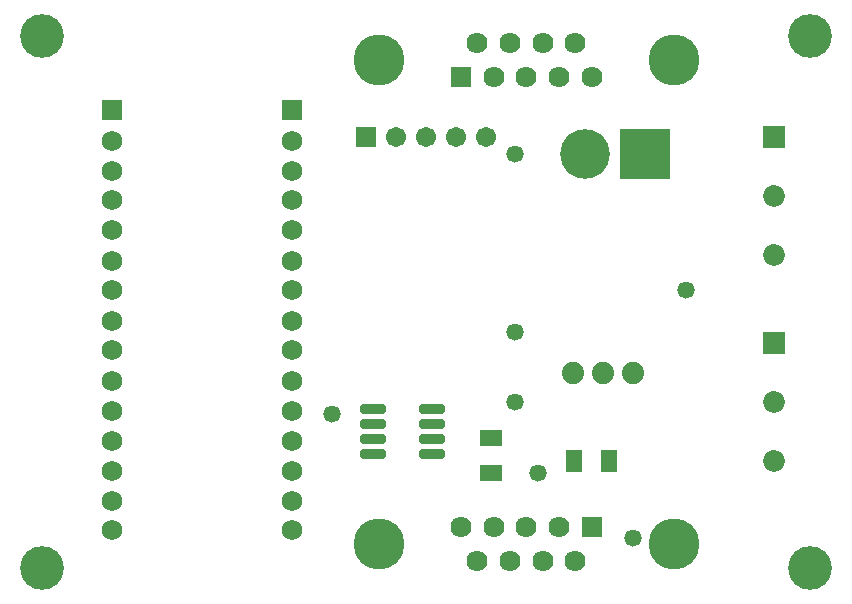
<source format=gts>
G04*
G04 #@! TF.GenerationSoftware,Altium Limited,Altium Designer,22.8.2 (66)*
G04*
G04 Layer_Color=8388736*
%FSLAX42Y42*%
%MOMM*%
G71*
G04*
G04 #@! TF.SameCoordinates,BE524959-8ACB-43EF-997A-26B96313BF78*
G04*
G04*
G04 #@! TF.FilePolarity,Negative*
G04*
G01*
G75*
%ADD18R,1.33X1.97*%
G04:AMPARAMS|DCode=19|XSize=2.17mm|YSize=0.8mm|CornerRadius=0.18mm|HoleSize=0mm|Usage=FLASHONLY|Rotation=0.000|XOffset=0mm|YOffset=0mm|HoleType=Round|Shape=RoundedRectangle|*
%AMROUNDEDRECTD19*
21,1,2.17,0.45,0,0,0.0*
21,1,1.82,0.80,0,0,0.0*
1,1,0.35,0.91,-0.23*
1,1,0.35,-0.91,-0.23*
1,1,0.35,-0.91,0.23*
1,1,0.35,0.91,0.23*
%
%ADD19ROUNDEDRECTD19*%
%ADD20R,1.97X1.33*%
%ADD21C,1.78*%
%ADD22R,4.20X4.20*%
%ADD23C,4.20*%
%ADD24C,3.70*%
%ADD25R,1.85X1.85*%
%ADD26C,1.85*%
%ADD27R,1.78X1.78*%
%ADD28C,4.32*%
%ADD29C,1.73*%
%ADD30R,1.73X1.73*%
%ADD31R,1.71X1.71*%
%ADD32C,1.71*%
%ADD33C,1.88*%
%ADD34C,1.47*%
D18*
X5047Y1150D02*
D03*
X4753D02*
D03*
D19*
X3053Y1590D02*
D03*
Y1464D02*
D03*
Y1336D02*
D03*
Y1210D02*
D03*
X3547D02*
D03*
Y1336D02*
D03*
Y1464D02*
D03*
Y1590D02*
D03*
D20*
X4050Y1053D02*
D03*
Y1347D02*
D03*
D21*
X3935Y4692D02*
D03*
X4212D02*
D03*
X4765Y308D02*
D03*
X4488D02*
D03*
X3796Y592D02*
D03*
X3935Y308D02*
D03*
X4073Y592D02*
D03*
X4212Y308D02*
D03*
X4350Y592D02*
D03*
X4627D02*
D03*
X4904Y4408D02*
D03*
X4765Y4692D02*
D03*
X4627Y4408D02*
D03*
X4488Y4692D02*
D03*
X4350Y4408D02*
D03*
X4073D02*
D03*
D22*
X5350Y3750D02*
D03*
D23*
X4850D02*
D03*
D24*
X250Y4750D02*
D03*
X6750Y250D02*
D03*
Y4750D02*
D03*
X250Y250D02*
D03*
D25*
X6450Y2150D02*
D03*
Y3900D02*
D03*
D26*
Y1650D02*
D03*
Y1150D02*
D03*
Y3400D02*
D03*
Y2900D02*
D03*
D27*
X4904Y592D02*
D03*
X3796Y4408D02*
D03*
D28*
X3100Y450D02*
D03*
X5599D02*
D03*
Y4550D02*
D03*
X3100D02*
D03*
D29*
X838Y566D02*
D03*
Y819D02*
D03*
Y1073D02*
D03*
Y1327D02*
D03*
Y1581D02*
D03*
Y1835D02*
D03*
Y2090D02*
D03*
Y2343D02*
D03*
Y2598D02*
D03*
Y2851D02*
D03*
Y3106D02*
D03*
Y3360D02*
D03*
Y3613D02*
D03*
Y3867D02*
D03*
X2362Y566D02*
D03*
Y819D02*
D03*
Y1073D02*
D03*
Y1327D02*
D03*
Y1581D02*
D03*
Y1835D02*
D03*
Y2090D02*
D03*
Y2343D02*
D03*
Y2598D02*
D03*
Y2851D02*
D03*
Y3106D02*
D03*
Y3360D02*
D03*
Y3613D02*
D03*
Y3867D02*
D03*
D30*
X838Y4122D02*
D03*
X2362D02*
D03*
D31*
X2992Y3900D02*
D03*
D32*
X3246D02*
D03*
X3500D02*
D03*
X3754D02*
D03*
X4008D02*
D03*
D33*
X5000Y1900D02*
D03*
X5254D02*
D03*
X4746D02*
D03*
D34*
X5700Y2600D02*
D03*
X4250Y2250D02*
D03*
Y3750D02*
D03*
Y1650D02*
D03*
X4450Y1050D02*
D03*
X5250Y500D02*
D03*
X2700Y1550D02*
D03*
M02*

</source>
